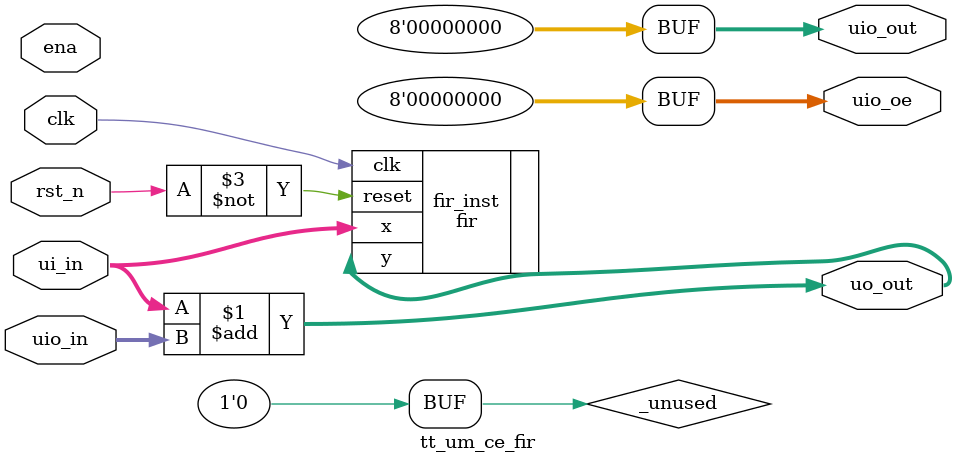
<source format=sv>
/*
 * Copyright (c) 2024 Your Name
 * SPDX-License-Identifier: Apache-2.0
 */

`default_nettype none

module tt_um_ce_fir (
    input  wire [7:0] ui_in,    // Dedicated inputs
    output wire [7:0] uo_out,   // Dedicated outputs
    input  wire [7:0] uio_in,   // IOs: Input path
    output wire [7:0] uio_out,  // IOs: Output path
    output wire [7:0] uio_oe,   // IOs: Enable path (active high: 0=input, 1=output)
    input  wire       ena,      // always 1 when the design is powered, so you can ignore it
    input  wire       clk,      // clock
    input  wire       rst_n     // reset_n - low to reset
);

  // All output pins must be assigned. If not used, assign to 0.
  assign uo_out  = ui_in + uio_in;  // Example: ou_out is the sum of ui_in and uio_in
  assign uio_out = 0;
  assign uio_oe  = 0;

  // List all unused inputs to prevent warnings
  wire _unused = &{ena, 1'b0};

  fir fir_inst (
      .clk(clk),
      .reset(~rst_n), // Active low reset
      .x(ui_in),      // Input signal from ui_in
      .y(uo_out)      // Output signal to uo_out
  );

endmodule

</source>
